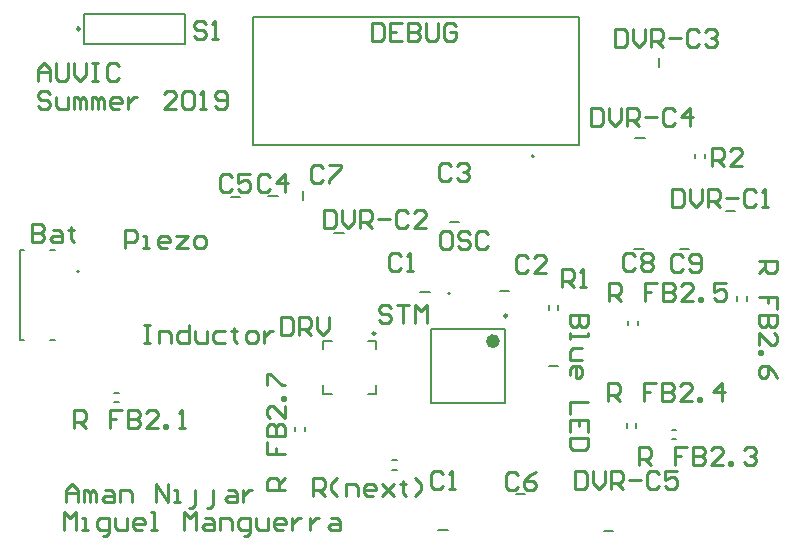
<source format=gto>
G04*
G04 #@! TF.GenerationSoftware,Altium Limited,Altium Designer,19.1.5 (86)*
G04*
G04 Layer_Color=65535*
%FSLAX25Y25*%
%MOIN*%
G70*
G01*
G75*
%ADD10C,0.00787*%
%ADD11C,0.00984*%
%ADD12C,0.02362*%
%ADD13C,0.00500*%
%ADD14C,0.01000*%
D10*
X171894Y128979D02*
G03*
X171894Y128979I-394J0D01*
G01*
X20442Y90574D02*
G03*
X20442Y90574I-394J0D01*
G01*
X176925Y77813D02*
Y79387D01*
X180075Y77813D02*
Y79387D01*
X143925Y107201D02*
X147075D01*
X160525Y84101D02*
X163675D01*
X134125Y83801D02*
X137275D01*
X105425Y103399D02*
X108575D01*
X83425Y115599D02*
X86575D01*
X70825Y115299D02*
X73975D01*
X21950Y176500D02*
X55650D01*
Y166500D02*
Y176500D01*
X21950Y166500D02*
X55650D01*
X21950D02*
Y176500D01*
X213501Y158725D02*
Y161875D01*
X225725Y128313D02*
Y129887D01*
X228875Y128313D02*
Y129887D01*
X205725Y135099D02*
X208875D01*
X235925Y110599D02*
X239075D01*
X205425Y97950D02*
X208575D01*
X220625Y98001D02*
X223775D01*
X217813Y37775D02*
X219387D01*
X217813Y34625D02*
X219387D01*
X195325Y4101D02*
X198475D01*
X165925Y16449D02*
X169075D01*
X140025Y4301D02*
X143175D01*
X95001Y114325D02*
Y117475D01*
X32113Y50075D02*
X33687D01*
X32113Y46925D02*
X33687D01*
X124713Y27675D02*
X126287D01*
X124713Y24525D02*
X126287D01*
X101740Y64604D02*
Y67360D01*
X104496D01*
X101740Y49840D02*
Y52596D01*
Y49840D02*
X104496D01*
X116504D02*
X119260D01*
Y52596D01*
Y64604D02*
Y67360D01*
X116504D02*
X119260D01*
X206075Y38459D02*
Y40034D01*
X202925Y38459D02*
Y40034D01*
X206575Y72659D02*
Y74234D01*
X203425Y72659D02*
Y74234D01*
X239725Y80913D02*
Y82487D01*
X242875Y80913D02*
Y82487D01*
X176925Y59202D02*
X180075D01*
X95575Y37313D02*
Y38887D01*
X92425Y37313D02*
Y38887D01*
X137795Y46895D02*
Y71305D01*
X162205Y46895D02*
Y71305D01*
X137795Y46895D02*
X162205D01*
X137795Y71305D02*
X162205D01*
D11*
X20548Y171496D02*
G03*
X20548Y171496I-492J0D01*
G01*
X119161Y69919D02*
G03*
X119161Y69919I-492J0D01*
G01*
X163012Y75832D02*
G03*
X163012Y75832I-492J0D01*
G01*
D12*
X159449Y67368D02*
G03*
X159449Y67368I-1181J0D01*
G01*
D13*
X143917Y83210D02*
G03*
X143917Y83210I-339J0D01*
G01*
X186894Y132916D02*
Y175435D01*
X78154Y132916D02*
X186894D01*
X78154D02*
Y175435D01*
X186894D01*
X757Y67739D02*
X1938D01*
X757Y97661D02*
X1938D01*
X10599Y67739D02*
X12174D01*
X10599Y97661D02*
X12174D01*
X560Y67739D02*
Y97661D01*
D14*
X6700Y154198D02*
Y158196D01*
X8699Y160196D01*
X10699Y158196D01*
Y154198D01*
Y157197D01*
X6700D01*
X12698Y160196D02*
Y155197D01*
X13698Y154198D01*
X15697D01*
X16697Y155197D01*
Y160196D01*
X18696D02*
Y156197D01*
X20696Y154198D01*
X22695Y156197D01*
Y160196D01*
X24694D02*
X26693D01*
X25694D01*
Y154198D01*
X24694D01*
X26693D01*
X33691Y159196D02*
X32692Y160196D01*
X30692D01*
X29693Y159196D01*
Y155197D01*
X30692Y154198D01*
X32692D01*
X33691Y155197D01*
X10699Y149598D02*
X9699Y150598D01*
X7700D01*
X6700Y149598D01*
Y148599D01*
X7700Y147599D01*
X9699D01*
X10699Y146599D01*
Y145600D01*
X9699Y144600D01*
X7700D01*
X6700Y145600D01*
X12698Y148599D02*
Y145600D01*
X13698Y144600D01*
X16697D01*
Y148599D01*
X18696Y144600D02*
Y148599D01*
X19696D01*
X20696Y147599D01*
Y144600D01*
Y147599D01*
X21695Y148599D01*
X22695Y147599D01*
Y144600D01*
X24694D02*
Y148599D01*
X25694D01*
X26693Y147599D01*
Y144600D01*
Y147599D01*
X27693Y148599D01*
X28693Y147599D01*
Y144600D01*
X33691D02*
X31692D01*
X30692Y145600D01*
Y147599D01*
X31692Y148599D01*
X33691D01*
X34691Y147599D01*
Y146599D01*
X30692D01*
X36690Y148599D02*
Y144600D01*
Y146599D01*
X37690Y147599D01*
X38690Y148599D01*
X39689D01*
X52685Y144600D02*
X48686D01*
X52685Y148599D01*
Y149598D01*
X51686Y150598D01*
X49686D01*
X48686Y149598D01*
X54685D02*
X55684Y150598D01*
X57683D01*
X58683Y149598D01*
Y145600D01*
X57683Y144600D01*
X55684D01*
X54685Y145600D01*
Y149598D01*
X60682Y144600D02*
X62682D01*
X61682D01*
Y150598D01*
X60682Y149598D01*
X65681Y145600D02*
X66681Y144600D01*
X68680D01*
X69680Y145600D01*
Y149598D01*
X68680Y150598D01*
X66681D01*
X65681Y149598D01*
Y148599D01*
X66681Y147599D01*
X69680D01*
X15200Y4300D02*
Y10298D01*
X17199Y8299D01*
X19199Y10298D01*
Y4300D01*
X21198D02*
X23197D01*
X22198D01*
Y8299D01*
X21198D01*
X28196Y2301D02*
X29195D01*
X30195Y3300D01*
Y8299D01*
X27196D01*
X26196Y7299D01*
Y5300D01*
X27196Y4300D01*
X30195D01*
X32195Y8299D02*
Y5300D01*
X33194Y4300D01*
X36193D01*
Y8299D01*
X41192Y4300D02*
X39192D01*
X38193Y5300D01*
Y7299D01*
X39192Y8299D01*
X41192D01*
X42191Y7299D01*
Y6299D01*
X38193D01*
X44191Y4300D02*
X46190D01*
X45190D01*
Y10298D01*
X44191D01*
X55187Y4300D02*
Y10298D01*
X57186Y8299D01*
X59186Y10298D01*
Y4300D01*
X62185Y8299D02*
X64184D01*
X65184Y7299D01*
Y4300D01*
X62185D01*
X61185Y5300D01*
X62185Y6299D01*
X65184D01*
X67183Y4300D02*
Y8299D01*
X70182D01*
X71182Y7299D01*
Y4300D01*
X75181Y2301D02*
X76180D01*
X77180Y3300D01*
Y8299D01*
X74181D01*
X73181Y7299D01*
Y5300D01*
X74181Y4300D01*
X77180D01*
X79179Y8299D02*
Y5300D01*
X80179Y4300D01*
X83178D01*
Y8299D01*
X88176Y4300D02*
X86177D01*
X85177Y5300D01*
Y7299D01*
X86177Y8299D01*
X88176D01*
X89176Y7299D01*
Y6299D01*
X85177D01*
X91175Y8299D02*
Y4300D01*
Y6299D01*
X92175Y7299D01*
X93175Y8299D01*
X94174D01*
X97174D02*
Y4300D01*
Y6299D01*
X98173Y7299D01*
X99173Y8299D01*
X100172D01*
X104171D02*
X106171D01*
X107170Y7299D01*
Y4300D01*
X104171D01*
X103172Y5300D01*
X104171Y6299D01*
X107170D01*
X16000Y13700D02*
Y17699D01*
X17999Y19698D01*
X19999Y17699D01*
Y13700D01*
Y16699D01*
X16000D01*
X21998Y13700D02*
Y17699D01*
X22998D01*
X23997Y16699D01*
Y13700D01*
Y16699D01*
X24997Y17699D01*
X25997Y16699D01*
Y13700D01*
X28996Y17699D02*
X30995D01*
X31995Y16699D01*
Y13700D01*
X28996D01*
X27996Y14700D01*
X28996Y15699D01*
X31995D01*
X33994Y13700D02*
Y17699D01*
X36993D01*
X37993Y16699D01*
Y13700D01*
X45990D02*
Y19698D01*
X49989Y13700D01*
Y19698D01*
X51988Y13700D02*
X53988D01*
X52988D01*
Y17699D01*
X51988D01*
X56987Y11701D02*
X57986D01*
X58986Y12700D01*
Y17699D01*
X62985Y11701D02*
X63985D01*
X64984Y12700D01*
Y17699D01*
X69982D02*
X71982D01*
X72982Y16699D01*
Y13700D01*
X69982D01*
X68983Y14700D01*
X69982Y15699D01*
X72982D01*
X74981Y17699D02*
Y13700D01*
Y15699D01*
X75981Y16699D01*
X76980Y17699D01*
X77980D01*
X35500Y98500D02*
Y104498D01*
X38499D01*
X39499Y103498D01*
Y101499D01*
X38499Y100499D01*
X35500D01*
X41498Y98500D02*
X43497D01*
X42498D01*
Y102499D01*
X41498D01*
X49496Y98500D02*
X47496D01*
X46496Y99500D01*
Y101499D01*
X47496Y102499D01*
X49496D01*
X50495Y101499D01*
Y100499D01*
X46496D01*
X52495Y102499D02*
X56493D01*
X52495Y98500D01*
X56493D01*
X59492D02*
X61492D01*
X62491Y99500D01*
Y101499D01*
X61492Y102499D01*
X59492D01*
X58493Y101499D01*
Y99500D01*
X59492Y98500D01*
X117819Y173398D02*
Y167400D01*
X120818D01*
X121818Y168400D01*
Y172398D01*
X120818Y173398D01*
X117819D01*
X127816D02*
X123817D01*
Y167400D01*
X127816D01*
X123817Y170399D02*
X125816D01*
X129815Y173398D02*
Y167400D01*
X132814D01*
X133814Y168400D01*
Y169399D01*
X132814Y170399D01*
X129815D01*
X132814D01*
X133814Y171399D01*
Y172398D01*
X132814Y173398D01*
X129815D01*
X135813D02*
Y168400D01*
X136813Y167400D01*
X138812D01*
X139812Y168400D01*
Y173398D01*
X145810Y172398D02*
X144810Y173398D01*
X142811D01*
X141811Y172398D01*
Y168400D01*
X142811Y167400D01*
X144810D01*
X145810Y168400D01*
Y170399D01*
X143810D01*
X124399Y78398D02*
X123399Y79398D01*
X121400D01*
X120400Y78398D01*
Y77399D01*
X121400Y76399D01*
X123399D01*
X124399Y75399D01*
Y74400D01*
X123399Y73400D01*
X121400D01*
X120400Y74400D01*
X126398Y79398D02*
X130397D01*
X128397D01*
Y73400D01*
X132396D02*
Y79398D01*
X134396Y77399D01*
X136395Y79398D01*
Y73400D01*
X62799Y172998D02*
X61799Y173998D01*
X59800D01*
X58800Y172998D01*
Y171999D01*
X59800Y170999D01*
X61799D01*
X62799Y169999D01*
Y169000D01*
X61799Y168000D01*
X59800D01*
X58800Y169000D01*
X64798Y168000D02*
X66797D01*
X65798D01*
Y173998D01*
X64798Y172998D01*
X89000Y17600D02*
X83002D01*
Y20599D01*
X84002Y21599D01*
X86001D01*
X87001Y20599D01*
Y17600D01*
Y19599D02*
X89000Y21599D01*
X83002Y33595D02*
Y29596D01*
X86001D01*
Y31596D01*
Y29596D01*
X89000D01*
X83002Y35594D02*
X89000D01*
Y38593D01*
X88000Y39593D01*
X87001D01*
X86001Y38593D01*
Y35594D01*
Y38593D01*
X85001Y39593D01*
X84002D01*
X83002Y38593D01*
Y35594D01*
X89000Y45591D02*
Y41592D01*
X85001Y45591D01*
X84002D01*
X83002Y44591D01*
Y42592D01*
X84002Y41592D01*
X89000Y47590D02*
X88000D01*
Y48590D01*
X89000D01*
Y47590D01*
X83002Y52589D02*
Y56587D01*
X84002D01*
X88000Y52589D01*
X89000D01*
X247100Y94000D02*
X253098D01*
Y91001D01*
X252098Y90001D01*
X250099D01*
X249099Y91001D01*
Y94000D01*
Y92001D02*
X247100Y90001D01*
X253098Y78005D02*
Y82004D01*
X250099D01*
Y80005D01*
Y82004D01*
X247100D01*
X253098Y76006D02*
X247100D01*
Y73007D01*
X248100Y72007D01*
X249099D01*
X250099Y73007D01*
Y76006D01*
Y73007D01*
X251099Y72007D01*
X252098D01*
X253098Y73007D01*
Y76006D01*
X247100Y66009D02*
Y70008D01*
X251099Y66009D01*
X252098D01*
X253098Y67009D01*
Y69008D01*
X252098Y70008D01*
X247100Y64010D02*
X248100D01*
Y63010D01*
X247100D01*
Y64010D01*
X253098Y55013D02*
X252098Y57012D01*
X250099Y59011D01*
X248100D01*
X247100Y58012D01*
Y56012D01*
X248100Y55013D01*
X249099D01*
X250099Y56012D01*
Y59011D01*
X197000Y80600D02*
Y86598D01*
X199999D01*
X200999Y85598D01*
Y83599D01*
X199999Y82599D01*
X197000D01*
X198999D02*
X200999Y80600D01*
X212995Y86598D02*
X208996D01*
Y83599D01*
X210996D01*
X208996D01*
Y80600D01*
X214994Y86598D02*
Y80600D01*
X217993D01*
X218993Y81600D01*
Y82599D01*
X217993Y83599D01*
X214994D01*
X217993D01*
X218993Y84599D01*
Y85598D01*
X217993Y86598D01*
X214994D01*
X224991Y80600D02*
X220992D01*
X224991Y84599D01*
Y85598D01*
X223991Y86598D01*
X221992D01*
X220992Y85598D01*
X226990Y80600D02*
Y81600D01*
X227990D01*
Y80600D01*
X226990D01*
X235987Y86598D02*
X231989D01*
Y83599D01*
X233988Y84599D01*
X234988D01*
X235987Y83599D01*
Y81600D01*
X234988Y80600D01*
X232988D01*
X231989Y81600D01*
X196700Y47400D02*
Y53398D01*
X199699D01*
X200699Y52398D01*
Y50399D01*
X199699Y49399D01*
X196700D01*
X198699D02*
X200699Y47400D01*
X212695Y53398D02*
X208696D01*
Y50399D01*
X210696D01*
X208696D01*
Y47400D01*
X214694Y53398D02*
Y47400D01*
X217693D01*
X218693Y48400D01*
Y49399D01*
X217693Y50399D01*
X214694D01*
X217693D01*
X218693Y51399D01*
Y52398D01*
X217693Y53398D01*
X214694D01*
X224691Y47400D02*
X220692D01*
X224691Y51399D01*
Y52398D01*
X223691Y53398D01*
X221692D01*
X220692Y52398D01*
X226690Y47400D02*
Y48400D01*
X227690D01*
Y47400D01*
X226690D01*
X234688D02*
Y53398D01*
X231689Y50399D01*
X235687D01*
X206900Y26200D02*
Y32198D01*
X209899D01*
X210899Y31198D01*
Y29199D01*
X209899Y28199D01*
X206900D01*
X208899D02*
X210899Y26200D01*
X222895Y32198D02*
X218896D01*
Y29199D01*
X220896D01*
X218896D01*
Y26200D01*
X224894Y32198D02*
Y26200D01*
X227893D01*
X228893Y27200D01*
Y28199D01*
X227893Y29199D01*
X224894D01*
X227893D01*
X228893Y30199D01*
Y31198D01*
X227893Y32198D01*
X224894D01*
X234891Y26200D02*
X230892D01*
X234891Y30199D01*
Y31198D01*
X233891Y32198D01*
X231892D01*
X230892Y31198D01*
X236890Y26200D02*
Y27200D01*
X237890D01*
Y26200D01*
X236890D01*
X241889Y31198D02*
X242888Y32198D01*
X244888D01*
X245887Y31198D01*
Y30199D01*
X244888Y29199D01*
X243888D01*
X244888D01*
X245887Y28199D01*
Y27200D01*
X244888Y26200D01*
X242888D01*
X241889Y27200D01*
X18500Y38500D02*
Y44498D01*
X21499D01*
X22499Y43498D01*
Y41499D01*
X21499Y40499D01*
X18500D01*
X20499D02*
X22499Y38500D01*
X34495Y44498D02*
X30496D01*
Y41499D01*
X32495D01*
X30496D01*
Y38500D01*
X36494Y44498D02*
Y38500D01*
X39493D01*
X40493Y39500D01*
Y40499D01*
X39493Y41499D01*
X36494D01*
X39493D01*
X40493Y42499D01*
Y43498D01*
X39493Y44498D01*
X36494D01*
X46491Y38500D02*
X42492D01*
X46491Y42499D01*
Y43498D01*
X45491Y44498D01*
X43492D01*
X42492Y43498D01*
X48490Y38500D02*
Y39500D01*
X49490D01*
Y38500D01*
X48490D01*
X53489D02*
X55488D01*
X54488D01*
Y44498D01*
X53489Y43498D01*
X98300Y15700D02*
Y21698D01*
X101299D01*
X102299Y20698D01*
Y18699D01*
X101299Y17699D01*
X98300D01*
X100299D02*
X102299Y15700D01*
X106297D02*
X104298Y17699D01*
Y19699D01*
X106297Y21698D01*
X109296Y15700D02*
Y19699D01*
X112295D01*
X113295Y18699D01*
Y15700D01*
X118293D02*
X116294D01*
X115295Y16700D01*
Y18699D01*
X116294Y19699D01*
X118293D01*
X119293Y18699D01*
Y17699D01*
X115295D01*
X121293Y19699D02*
X125291Y15700D01*
X123292Y17699D01*
X125291Y19699D01*
X121293Y15700D01*
X128290Y20698D02*
Y19699D01*
X127291D01*
X129290D01*
X128290D01*
Y16700D01*
X129290Y15700D01*
X132289D02*
X134288Y17699D01*
Y19699D01*
X132289Y21698D01*
X231400Y125600D02*
Y131598D01*
X234399D01*
X235399Y130598D01*
Y128599D01*
X234399Y127599D01*
X231400D01*
X233399D02*
X235399Y125600D01*
X241397D02*
X237398D01*
X241397Y129599D01*
Y130598D01*
X240397Y131598D01*
X238398D01*
X237398Y130598D01*
X181410Y85542D02*
Y91540D01*
X184409D01*
X185409Y90540D01*
Y88541D01*
X184409Y87541D01*
X181410D01*
X183410D02*
X185409Y85542D01*
X187408D02*
X189408D01*
X188408D01*
Y91540D01*
X187408Y90540D01*
X143499Y104098D02*
X141500D01*
X140500Y103098D01*
Y99100D01*
X141500Y98100D01*
X143499D01*
X144499Y99100D01*
Y103098D01*
X143499Y104098D01*
X150497Y103098D02*
X149497Y104098D01*
X147498D01*
X146498Y103098D01*
Y102099D01*
X147498Y101099D01*
X149497D01*
X150497Y100099D01*
Y99100D01*
X149497Y98100D01*
X147498D01*
X146498Y99100D01*
X156495Y103098D02*
X155495Y104098D01*
X153496D01*
X152496Y103098D01*
Y99100D01*
X153496Y98100D01*
X155495D01*
X156495Y99100D01*
X42000Y72898D02*
X43999D01*
X43000D01*
Y66900D01*
X42000D01*
X43999D01*
X46998D02*
Y70899D01*
X49997D01*
X50997Y69899D01*
Y66900D01*
X56995Y72898D02*
Y66900D01*
X53996D01*
X52996Y67900D01*
Y69899D01*
X53996Y70899D01*
X56995D01*
X58995D02*
Y67900D01*
X59994Y66900D01*
X62993D01*
Y70899D01*
X68991D02*
X65992D01*
X64993Y69899D01*
Y67900D01*
X65992Y66900D01*
X68991D01*
X71990Y71898D02*
Y70899D01*
X70991D01*
X72990D01*
X71990D01*
Y67900D01*
X72990Y66900D01*
X76989D02*
X78988D01*
X79988Y67900D01*
Y69899D01*
X78988Y70899D01*
X76989D01*
X75989Y69899D01*
Y67900D01*
X76989Y66900D01*
X81987Y70899D02*
Y66900D01*
Y68899D01*
X82987Y69899D01*
X83986Y70899D01*
X84986D01*
X87700Y75298D02*
Y69300D01*
X90699D01*
X91699Y70300D01*
Y74298D01*
X90699Y75298D01*
X87700D01*
X93698Y69300D02*
Y75298D01*
X96697D01*
X97697Y74298D01*
Y72299D01*
X96697Y71299D01*
X93698D01*
X95697D02*
X97697Y69300D01*
X99696Y75298D02*
Y71299D01*
X101696Y69300D01*
X103695Y71299D01*
Y75298D01*
X221699Y95498D02*
X220699Y96498D01*
X218700D01*
X217700Y95498D01*
Y91500D01*
X218700Y90500D01*
X220699D01*
X221699Y91500D01*
X223698D02*
X224698Y90500D01*
X226697D01*
X227697Y91500D01*
Y95498D01*
X226697Y96498D01*
X224698D01*
X223698Y95498D01*
Y94499D01*
X224698Y93499D01*
X227697D01*
X205799Y95698D02*
X204799Y96698D01*
X202800D01*
X201800Y95698D01*
Y91700D01*
X202800Y90700D01*
X204799D01*
X205799Y91700D01*
X207798Y95698D02*
X208798Y96698D01*
X210797D01*
X211797Y95698D01*
Y94699D01*
X210797Y93699D01*
X211797Y92699D01*
Y91700D01*
X210797Y90700D01*
X208798D01*
X207798Y91700D01*
Y92699D01*
X208798Y93699D01*
X207798Y94699D01*
Y95698D01*
X208798Y93699D02*
X210797D01*
X101699Y125198D02*
X100699Y126198D01*
X98700D01*
X97700Y125198D01*
Y121200D01*
X98700Y120200D01*
X100699D01*
X101699Y121200D01*
X103698Y126198D02*
X107697D01*
Y125198D01*
X103698Y121200D01*
Y120200D01*
X166499Y22798D02*
X165499Y23797D01*
X163500D01*
X162500Y22798D01*
Y18799D01*
X163500Y17799D01*
X165499D01*
X166499Y18799D01*
X172497Y23797D02*
X170497Y22798D01*
X168498Y20798D01*
Y18799D01*
X169498Y17799D01*
X171497D01*
X172497Y18799D01*
Y19799D01*
X171497Y20798D01*
X168498D01*
X217900Y118098D02*
Y112100D01*
X220899D01*
X221899Y113100D01*
Y117098D01*
X220899Y118098D01*
X217900D01*
X223898D02*
Y114099D01*
X225897Y112100D01*
X227897Y114099D01*
Y118098D01*
X229896Y112100D02*
Y118098D01*
X232895D01*
X233895Y117098D01*
Y115099D01*
X232895Y114099D01*
X229896D01*
X231895D02*
X233895Y112100D01*
X235894Y115099D02*
X239893D01*
X245891Y117098D02*
X244891Y118098D01*
X242892D01*
X241892Y117098D01*
Y113100D01*
X242892Y112100D01*
X244891D01*
X245891Y113100D01*
X247890Y112100D02*
X249890D01*
X248890D01*
Y118098D01*
X247890Y117098D01*
X71399Y121998D02*
X70399Y122998D01*
X68400D01*
X67400Y121998D01*
Y118000D01*
X68400Y117000D01*
X70399D01*
X71399Y118000D01*
X77397Y122998D02*
X73398D01*
Y119999D01*
X75397Y120999D01*
X76397D01*
X77397Y119999D01*
Y118000D01*
X76397Y117000D01*
X74398D01*
X73398Y118000D01*
X102000Y111098D02*
Y105100D01*
X104999D01*
X105999Y106100D01*
Y110098D01*
X104999Y111098D01*
X102000D01*
X107998D02*
Y107099D01*
X109997Y105100D01*
X111997Y107099D01*
Y111098D01*
X113996Y105100D02*
Y111098D01*
X116995D01*
X117995Y110098D01*
Y108099D01*
X116995Y107099D01*
X113996D01*
X115996D02*
X117995Y105100D01*
X119994Y108099D02*
X123993D01*
X129991Y110098D02*
X128991Y111098D01*
X126992D01*
X125992Y110098D01*
Y106100D01*
X126992Y105100D01*
X128991D01*
X129991Y106100D01*
X135989Y105100D02*
X131990D01*
X135989Y109099D01*
Y110098D01*
X134989Y111098D01*
X132990D01*
X131990Y110098D01*
X83999Y122098D02*
X82999Y123098D01*
X81000D01*
X80000Y122098D01*
Y118100D01*
X81000Y117100D01*
X82999D01*
X83999Y118100D01*
X88997Y117100D02*
Y123098D01*
X85998Y120099D01*
X89997D01*
X185600Y23998D02*
Y18000D01*
X188599D01*
X189599Y19000D01*
Y22998D01*
X188599Y23998D01*
X185600D01*
X191598D02*
Y19999D01*
X193597Y18000D01*
X195597Y19999D01*
Y23998D01*
X197596Y18000D02*
Y23998D01*
X200595D01*
X201595Y22998D01*
Y20999D01*
X200595Y19999D01*
X197596D01*
X199595D02*
X201595Y18000D01*
X203594Y20999D02*
X207593D01*
X213591Y22998D02*
X212591Y23998D01*
X210592D01*
X209592Y22998D01*
Y19000D01*
X210592Y18000D01*
X212591D01*
X213591Y19000D01*
X219589Y23998D02*
X215590D01*
Y20999D01*
X217590Y21999D01*
X218589D01*
X219589Y20999D01*
Y19000D01*
X218589Y18000D01*
X216590D01*
X215590Y19000D01*
X144299Y125798D02*
X143299Y126798D01*
X141300D01*
X140300Y125798D01*
Y121800D01*
X141300Y120800D01*
X143299D01*
X144299Y121800D01*
X146298Y125798D02*
X147298Y126798D01*
X149297D01*
X150297Y125798D01*
Y124799D01*
X149297Y123799D01*
X148297D01*
X149297D01*
X150297Y122799D01*
Y121800D01*
X149297Y120800D01*
X147298D01*
X146298Y121800D01*
X191100Y144998D02*
Y139000D01*
X194099D01*
X195099Y140000D01*
Y143998D01*
X194099Y144998D01*
X191100D01*
X197098D02*
Y140999D01*
X199097Y139000D01*
X201097Y140999D01*
Y144998D01*
X203096Y139000D02*
Y144998D01*
X206095D01*
X207095Y143998D01*
Y141999D01*
X206095Y140999D01*
X203096D01*
X205096D02*
X207095Y139000D01*
X209094Y141999D02*
X213093D01*
X219091Y143998D02*
X218091Y144998D01*
X216092D01*
X215092Y143998D01*
Y140000D01*
X216092Y139000D01*
X218091D01*
X219091Y140000D01*
X224089Y139000D02*
Y144998D01*
X221090Y141999D01*
X225089D01*
X169999Y95198D02*
X168999Y96198D01*
X167000D01*
X166000Y95198D01*
Y91200D01*
X167000Y90200D01*
X168999D01*
X169999Y91200D01*
X175997Y90200D02*
X171998D01*
X175997Y94199D01*
Y95198D01*
X174997Y96198D01*
X172998D01*
X171998Y95198D01*
X199000Y171398D02*
Y165400D01*
X201999D01*
X202999Y166400D01*
Y170398D01*
X201999Y171398D01*
X199000D01*
X204998D02*
Y167399D01*
X206997Y165400D01*
X208997Y167399D01*
Y171398D01*
X210996Y165400D02*
Y171398D01*
X213995D01*
X214995Y170398D01*
Y168399D01*
X213995Y167399D01*
X210996D01*
X212996D02*
X214995Y165400D01*
X216994Y168399D02*
X220993D01*
X226991Y170398D02*
X225991Y171398D01*
X223992D01*
X222992Y170398D01*
Y166400D01*
X223992Y165400D01*
X225991D01*
X226991Y166400D01*
X228990Y170398D02*
X229990Y171398D01*
X231989D01*
X232989Y170398D01*
Y169399D01*
X231989Y168399D01*
X230990D01*
X231989D01*
X232989Y167399D01*
Y166400D01*
X231989Y165400D01*
X229990D01*
X228990Y166400D01*
X141599Y23098D02*
X140599Y24098D01*
X138600D01*
X137600Y23098D01*
Y19100D01*
X138600Y18100D01*
X140599D01*
X141599Y19100D01*
X143598Y18100D02*
X145597D01*
X144598D01*
Y24098D01*
X143598Y23098D01*
X127699Y95798D02*
X126699Y96798D01*
X124700D01*
X123700Y95798D01*
Y91800D01*
X124700Y90800D01*
X126699D01*
X127699Y91800D01*
X129698Y90800D02*
X131697D01*
X130698D01*
Y96798D01*
X129698Y95798D01*
X189998Y76100D02*
X184000D01*
Y73101D01*
X185000Y72101D01*
X185999D01*
X186999Y73101D01*
Y76100D01*
Y73101D01*
X187999Y72101D01*
X188998D01*
X189998Y73101D01*
Y76100D01*
X184000Y70102D02*
Y68103D01*
Y69102D01*
X189998D01*
Y70102D01*
X187999Y65104D02*
X185000D01*
X184000Y64104D01*
Y61105D01*
X187999D01*
X184000Y56107D02*
Y58106D01*
X185000Y59105D01*
X186999D01*
X187999Y58106D01*
Y56107D01*
X186999Y55107D01*
X185999D01*
Y59105D01*
X189998Y47109D02*
X184000D01*
Y43111D01*
X189998Y37113D02*
Y41111D01*
X184000D01*
Y37113D01*
X186999Y41111D02*
Y39112D01*
X189998Y35113D02*
X184000D01*
Y32114D01*
X185000Y31115D01*
X188998D01*
X189998Y32114D01*
Y35113D01*
X4500Y106498D02*
Y100500D01*
X7499D01*
X8499Y101500D01*
Y102499D01*
X7499Y103499D01*
X4500D01*
X7499D01*
X8499Y104499D01*
Y105498D01*
X7499Y106498D01*
X4500D01*
X11498Y104499D02*
X13497D01*
X14497Y103499D01*
Y100500D01*
X11498D01*
X10498Y101500D01*
X11498Y102499D01*
X14497D01*
X17496Y105498D02*
Y104499D01*
X16496D01*
X18496D01*
X17496D01*
Y101500D01*
X18496Y100500D01*
M02*

</source>
